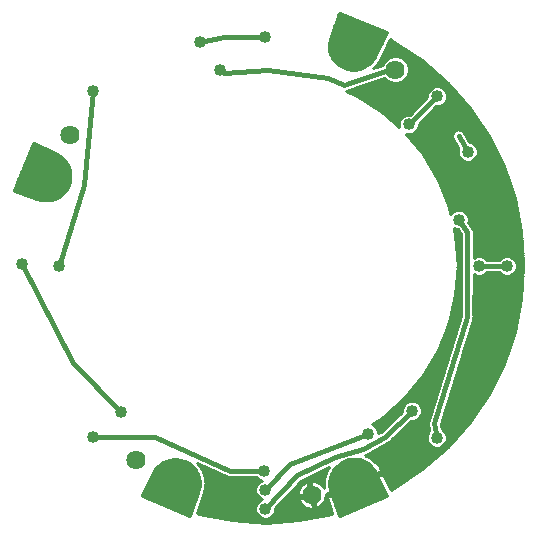
<source format=gbl>
G75*
%MOIN*%
%OFA0B0*%
%FSLAX24Y24*%
%IPPOS*%
%LPD*%
%AMOC8*
5,1,8,0,0,1.08239X$1,22.5*
%
%ADD10C,0.0640*%
%ADD11C,0.1266*%
%ADD12C,0.0120*%
%ADD13C,0.0400*%
%ADD14C,0.0160*%
%ADD15C,0.0100*%
D10*
X004570Y002440D03*
X010440Y001290D03*
X002380Y013280D03*
X013230Y015460D03*
D11*
X011850Y016250D03*
X001600Y011900D03*
X005900Y001650D03*
X011850Y001650D03*
D12*
X011293Y002215D02*
X012422Y002215D01*
X012462Y002173D02*
X012373Y002264D01*
X012272Y002339D01*
X012159Y002397D01*
X012039Y002435D01*
X011914Y002454D01*
X011788Y002453D01*
X011663Y002431D01*
X011544Y002389D01*
X011434Y002330D01*
X011334Y002256D01*
X011246Y002166D01*
X011174Y002065D01*
X011117Y001954D01*
X011078Y001835D01*
X011058Y001712D01*
X011057Y001587D01*
X011074Y001463D01*
X011111Y001344D01*
X011371Y000586D01*
X012941Y001236D01*
X012589Y001956D01*
X012534Y002070D01*
X012462Y002173D01*
X012516Y002096D02*
X011196Y002096D01*
X011129Y001978D02*
X012579Y001978D01*
X012637Y001859D02*
X011086Y001859D01*
X011063Y001741D02*
X012695Y001741D01*
X012753Y001622D02*
X011057Y001622D01*
X011069Y001504D02*
X012811Y001504D01*
X012869Y001385D02*
X011098Y001385D01*
X011137Y001267D02*
X012927Y001267D01*
X012729Y001148D02*
X011178Y001148D01*
X011219Y001030D02*
X012442Y001030D01*
X012156Y000911D02*
X011259Y000911D01*
X011300Y000793D02*
X011870Y000793D01*
X011584Y000674D02*
X011341Y000674D01*
X011439Y002333D02*
X012280Y002333D01*
X011932Y002452D02*
X011781Y002452D01*
X006704Y001714D02*
X006703Y001588D01*
X006681Y001463D01*
X006639Y001344D01*
X006379Y000586D01*
X004809Y001236D01*
X005161Y001956D01*
X005220Y002066D01*
X005294Y002166D01*
X005384Y002254D01*
X005485Y002326D01*
X005596Y002383D01*
X005715Y002422D01*
X005838Y002442D01*
X005963Y002443D01*
X006087Y002426D01*
X006206Y002389D01*
X006320Y002334D01*
X006423Y002262D01*
X006514Y002173D01*
X006589Y002072D01*
X006647Y001959D01*
X006685Y001839D01*
X006704Y001714D01*
X006700Y001741D02*
X005055Y001741D01*
X005113Y001859D02*
X006679Y001859D01*
X006637Y001978D02*
X005172Y001978D01*
X005242Y002096D02*
X006571Y002096D01*
X006472Y002215D02*
X005344Y002215D01*
X005498Y002333D02*
X006322Y002333D01*
X006703Y001622D02*
X004997Y001622D01*
X004939Y001504D02*
X006688Y001504D01*
X006653Y001385D02*
X004881Y001385D01*
X004823Y001267D02*
X006613Y001267D01*
X006572Y001148D02*
X005021Y001148D01*
X005308Y001030D02*
X006531Y001030D01*
X006491Y000911D02*
X005594Y000911D01*
X005880Y000793D02*
X006450Y000793D01*
X006409Y000674D02*
X006166Y000674D01*
X001909Y011153D02*
X002022Y011211D01*
X002123Y011286D01*
X002212Y011377D01*
X002284Y011480D01*
X002339Y011594D01*
X002376Y011713D01*
X002393Y011837D01*
X002392Y011962D01*
X002372Y012085D01*
X002333Y012204D01*
X002276Y012315D01*
X002204Y012416D01*
X002116Y012506D01*
X002016Y012580D01*
X001906Y012639D01*
X001186Y012991D01*
X000536Y011421D01*
X001294Y011161D01*
X001413Y011119D01*
X001538Y011097D01*
X001664Y011096D01*
X001789Y011115D01*
X001909Y011153D01*
X002035Y011221D02*
X001120Y011221D01*
X000774Y011339D02*
X002175Y011339D01*
X002268Y011458D02*
X000551Y011458D01*
X000600Y011576D02*
X002331Y011576D01*
X002370Y011695D02*
X000649Y011695D01*
X000698Y011813D02*
X002390Y011813D01*
X002392Y011932D02*
X000747Y011932D01*
X000796Y012050D02*
X002378Y012050D01*
X002344Y012169D02*
X000845Y012169D01*
X000894Y012287D02*
X002291Y012287D01*
X002212Y012406D02*
X000943Y012406D01*
X000993Y012524D02*
X002092Y012524D01*
X001899Y012643D02*
X001042Y012643D01*
X001091Y012761D02*
X001657Y012761D01*
X001415Y012880D02*
X001140Y012880D01*
X001511Y011102D02*
X001705Y011102D01*
X011103Y015941D02*
X011161Y015828D01*
X011236Y015727D01*
X011327Y015638D01*
X011430Y015566D01*
X011544Y015511D01*
X011663Y015474D01*
X011787Y015457D01*
X011912Y015458D01*
X012035Y015478D01*
X012154Y015517D01*
X012265Y015574D01*
X012366Y015646D01*
X012456Y015734D01*
X012530Y015834D01*
X012589Y015944D01*
X012941Y016664D01*
X011371Y017314D01*
X011111Y016556D01*
X011069Y016437D01*
X011047Y016312D01*
X011046Y016186D01*
X011065Y016061D01*
X011103Y015941D01*
X011097Y015961D02*
X012597Y015961D01*
X012655Y016079D02*
X011062Y016079D01*
X011046Y016198D02*
X012713Y016198D01*
X012771Y016316D02*
X011048Y016316D01*
X011069Y016435D02*
X012829Y016435D01*
X012887Y016553D02*
X011110Y016553D01*
X011150Y016672D02*
X012923Y016672D01*
X012637Y016790D02*
X011191Y016790D01*
X011232Y016909D02*
X012351Y016909D01*
X012065Y017027D02*
X011272Y017027D01*
X011313Y017146D02*
X011778Y017146D01*
X011492Y017264D02*
X011354Y017264D01*
X011154Y015842D02*
X012535Y015842D01*
X012445Y015724D02*
X011239Y015724D01*
X011374Y015605D02*
X012309Y015605D01*
X012060Y015487D02*
X011624Y015487D01*
D13*
X003140Y003210D03*
X004090Y004030D03*
X008850Y002080D03*
X008890Y001450D03*
X008890Y000820D03*
X012330Y003320D03*
X013780Y004090D03*
X014610Y003190D03*
X016020Y008910D03*
X016940Y008914D03*
X015340Y010460D03*
X015642Y012721D03*
X014620Y014570D03*
X013670Y013630D03*
X008880Y016550D03*
X007390Y015460D03*
X006700Y016370D03*
X003140Y014760D03*
X000770Y008990D03*
X002030Y008910D03*
D14*
X002840Y011620D01*
X003140Y014760D01*
X006700Y016370D02*
X007530Y016550D01*
X008880Y016550D01*
X008990Y015450D02*
X007510Y015350D01*
X007390Y015460D01*
X008990Y015450D02*
X010990Y015170D01*
X011500Y014930D01*
X012970Y015450D01*
X013230Y015460D01*
X014620Y014570D02*
X013670Y013630D01*
X015337Y013248D02*
X015642Y012721D01*
X015340Y010460D02*
X015630Y010030D01*
X015620Y007220D01*
X014530Y003670D01*
X014610Y003190D01*
X013780Y004090D02*
X012890Y003220D01*
X012150Y002800D01*
X011220Y002540D01*
X009950Y001930D01*
X008890Y000820D01*
X008890Y001450D02*
X009700Y002310D01*
X012330Y003320D01*
X008850Y002080D02*
X007720Y002080D01*
X005210Y003200D01*
X003140Y003210D01*
X004090Y004030D02*
X002480Y005680D01*
X000770Y008990D01*
X016020Y008910D02*
X016940Y008914D01*
D15*
X017164Y008671D02*
X017477Y008671D01*
X017470Y008573D02*
X015835Y008573D01*
X015835Y008629D02*
X015954Y008580D01*
X016086Y008580D01*
X016207Y008630D01*
X016278Y008701D01*
X016684Y008703D01*
X016753Y008634D01*
X016874Y008584D01*
X017006Y008584D01*
X017127Y008634D01*
X017220Y008727D01*
X017270Y008848D01*
X017270Y008979D01*
X017220Y009101D01*
X017127Y009194D01*
X017006Y009244D01*
X016874Y009244D01*
X016753Y009194D01*
X016682Y009123D01*
X016276Y009121D01*
X016207Y009190D01*
X016086Y009240D01*
X015954Y009240D01*
X015837Y009191D01*
X015840Y010009D01*
X015853Y010075D01*
X015840Y010094D01*
X015840Y010116D01*
X015793Y010164D01*
X015658Y010365D01*
X015670Y010394D01*
X015670Y010526D01*
X015620Y010647D01*
X015527Y010740D01*
X015406Y010790D01*
X015274Y010790D01*
X015153Y010740D01*
X015061Y010648D01*
X015007Y010883D01*
X014640Y011792D01*
X014139Y012635D01*
X013583Y013309D01*
X013604Y013300D01*
X013736Y013300D01*
X013857Y013350D01*
X013950Y013443D01*
X014000Y013564D01*
X014000Y013661D01*
X014585Y014240D01*
X014686Y014240D01*
X014807Y014290D01*
X014900Y014383D01*
X014950Y014504D01*
X014950Y014636D01*
X014900Y014757D01*
X014807Y014850D01*
X014686Y014900D01*
X014554Y014900D01*
X014433Y014850D01*
X014340Y014757D01*
X014290Y014636D01*
X014290Y014539D01*
X013705Y013960D01*
X013604Y013960D01*
X013483Y013910D01*
X013390Y013817D01*
X013340Y013696D01*
X013340Y013564D01*
X013351Y013537D01*
X012783Y014044D01*
X012783Y014044D01*
X011960Y014577D01*
X011960Y014577D01*
X011594Y014741D01*
X012864Y015190D01*
X012975Y015079D01*
X013140Y015010D01*
X013320Y015010D01*
X013485Y015079D01*
X013611Y015205D01*
X013680Y015370D01*
X013680Y015550D01*
X013611Y015715D01*
X013485Y015841D01*
X013320Y015910D01*
X013140Y015910D01*
X012975Y015841D01*
X012849Y015715D01*
X012807Y015615D01*
X012495Y015505D01*
X012541Y015538D01*
X012544Y015554D01*
X012544Y015554D01*
X012561Y015557D01*
X012599Y015608D01*
X012645Y015653D01*
X012645Y015670D01*
X012661Y015675D01*
X012691Y015731D01*
X012730Y015783D01*
X012728Y015795D01*
X012758Y015857D01*
X012794Y015924D01*
X012793Y015928D01*
X013055Y016464D01*
X013198Y016393D01*
X014132Y015769D01*
X014978Y015028D01*
X015719Y014182D01*
X016343Y013248D01*
X016841Y012239D01*
X017202Y011175D01*
X017421Y010072D01*
X017495Y008950D01*
X017421Y007828D01*
X017202Y006725D01*
X016841Y005661D01*
X016343Y004652D01*
X015719Y003718D01*
X014978Y002872D01*
X014132Y002131D01*
X013198Y001507D01*
X013073Y001445D01*
X012806Y001992D01*
X011915Y001623D01*
X011877Y001715D01*
X012765Y002083D01*
X012763Y002089D01*
X012704Y002198D01*
X012633Y002299D01*
X012549Y002390D01*
X012549Y002390D01*
X012455Y002470D01*
X012351Y002538D01*
X012240Y002592D01*
X012221Y002599D01*
X012231Y002605D01*
X012290Y002621D01*
X012304Y002646D01*
X012944Y003009D01*
X012975Y003009D01*
X013017Y003051D01*
X013069Y003080D01*
X013077Y003109D01*
X013743Y003760D01*
X013846Y003760D01*
X013967Y003810D01*
X014060Y003903D01*
X014110Y004024D01*
X014110Y004156D01*
X014060Y004277D01*
X013967Y004370D01*
X013846Y004420D01*
X013714Y004420D01*
X013593Y004370D01*
X013500Y004277D01*
X013450Y004156D01*
X013450Y004061D01*
X012763Y003389D01*
X012660Y003331D01*
X012660Y003386D01*
X012610Y003507D01*
X012517Y003600D01*
X012438Y003633D01*
X012783Y003856D01*
X013515Y004509D01*
X014139Y005265D01*
X014640Y006108D01*
X015007Y007017D01*
X015007Y007017D01*
X015230Y007972D01*
X015230Y007972D01*
X015305Y008950D01*
X015230Y009928D01*
X015173Y010172D01*
X015274Y010130D01*
X015309Y010130D01*
X015420Y009966D01*
X015410Y007252D01*
X014339Y003764D01*
X014309Y003721D01*
X014315Y003684D01*
X014304Y003648D01*
X013628Y003648D01*
X013729Y003746D02*
X014326Y003746D01*
X014304Y003648D02*
X014328Y003602D01*
X014361Y003408D01*
X014330Y003377D01*
X014280Y003256D01*
X014280Y003124D01*
X014330Y003003D01*
X014423Y002910D01*
X014544Y002860D01*
X014676Y002860D01*
X014797Y002910D01*
X014890Y003003D01*
X014940Y003124D01*
X014940Y003256D01*
X014890Y003377D01*
X014797Y003470D01*
X014775Y003479D01*
X014745Y003656D01*
X015805Y007108D01*
X015830Y007132D01*
X015830Y007188D01*
X015846Y007242D01*
X015830Y007272D01*
X015835Y008629D01*
X015834Y008474D02*
X017464Y008474D01*
X017457Y008376D02*
X015834Y008376D01*
X015834Y008277D02*
X017451Y008277D01*
X017444Y008179D02*
X015833Y008179D01*
X015833Y008080D02*
X017438Y008080D01*
X017432Y007982D02*
X015833Y007982D01*
X015832Y007883D02*
X017425Y007883D01*
X017421Y007828D02*
X017421Y007828D01*
X017413Y007785D02*
X015832Y007785D01*
X015832Y007686D02*
X017393Y007686D01*
X017374Y007588D02*
X015831Y007588D01*
X015831Y007489D02*
X017354Y007489D01*
X017334Y007391D02*
X015831Y007391D01*
X015830Y007292D02*
X017315Y007292D01*
X017295Y007194D02*
X015832Y007194D01*
X015801Y007095D02*
X017276Y007095D01*
X017256Y006997D02*
X015771Y006997D01*
X015741Y006898D02*
X017236Y006898D01*
X017217Y006800D02*
X015711Y006800D01*
X015680Y006701D02*
X017194Y006701D01*
X017160Y006603D02*
X015650Y006603D01*
X015620Y006504D02*
X017127Y006504D01*
X017094Y006406D02*
X015590Y006406D01*
X015559Y006307D02*
X017060Y006307D01*
X017027Y006209D02*
X015529Y006209D01*
X015499Y006110D02*
X016993Y006110D01*
X016960Y006012D02*
X015469Y006012D01*
X015438Y005913D02*
X016926Y005913D01*
X016893Y005815D02*
X015408Y005815D01*
X015378Y005716D02*
X016859Y005716D01*
X016819Y005618D02*
X015348Y005618D01*
X015317Y005519D02*
X016771Y005519D01*
X016722Y005421D02*
X015287Y005421D01*
X015257Y005322D02*
X016674Y005322D01*
X016625Y005224D02*
X015227Y005224D01*
X015196Y005125D02*
X016577Y005125D01*
X016528Y005027D02*
X015166Y005027D01*
X015136Y004928D02*
X016479Y004928D01*
X016431Y004830D02*
X015106Y004830D01*
X015075Y004731D02*
X016382Y004731D01*
X016330Y004633D02*
X015045Y004633D01*
X015015Y004534D02*
X016264Y004534D01*
X016199Y004436D02*
X014985Y004436D01*
X014954Y004337D02*
X016133Y004337D01*
X016067Y004239D02*
X014924Y004239D01*
X014894Y004140D02*
X016001Y004140D01*
X015935Y004042D02*
X014864Y004042D01*
X014834Y003943D02*
X015869Y003943D01*
X015804Y003845D02*
X014803Y003845D01*
X014773Y003746D02*
X015738Y003746D01*
X015657Y003648D02*
X014747Y003648D01*
X014763Y003549D02*
X015571Y003549D01*
X015485Y003451D02*
X014816Y003451D01*
X014900Y003352D02*
X015398Y003352D01*
X015312Y003254D02*
X014940Y003254D01*
X014940Y003155D02*
X015225Y003155D01*
X015139Y003057D02*
X014912Y003057D01*
X014845Y002958D02*
X015053Y002958D01*
X014963Y002860D02*
X012680Y002860D01*
X012507Y002761D02*
X014851Y002761D01*
X014738Y002663D02*
X012333Y002663D01*
X012298Y002564D02*
X014626Y002564D01*
X014514Y002466D02*
X012461Y002466D01*
X012570Y002367D02*
X014401Y002367D01*
X014289Y002269D02*
X012654Y002269D01*
X012719Y002170D02*
X014177Y002170D01*
X014043Y002072D02*
X012737Y002072D01*
X012760Y001973D02*
X012499Y001973D01*
X012523Y001875D02*
X012261Y001875D01*
X012285Y001776D02*
X012024Y001776D01*
X012047Y001678D02*
X011893Y001678D01*
X011877Y001715D02*
X011584Y002424D01*
X011487Y002397D01*
X011785Y001677D01*
X011877Y001715D01*
X011852Y001776D02*
X011744Y001776D01*
X011784Y001678D02*
X011786Y001678D01*
X011785Y001677D02*
X011823Y001585D01*
X010933Y001216D01*
X011044Y000897D01*
X011128Y000649D01*
X011125Y000648D01*
X010022Y000429D01*
X008900Y000355D01*
X007778Y000429D01*
X006675Y000648D01*
X006609Y000670D01*
X006819Y001282D01*
X006840Y001343D01*
X006854Y001353D01*
X006865Y001415D01*
X006886Y001475D01*
X006879Y001491D01*
X006879Y001494D01*
X006892Y001507D01*
X006892Y001570D01*
X006903Y001632D01*
X006893Y001647D01*
X006893Y001650D01*
X006904Y001665D01*
X006894Y001727D01*
X006895Y001790D01*
X006883Y001803D01*
X006882Y001807D01*
X006890Y001822D01*
X006871Y001883D01*
X006861Y001945D01*
X006847Y001956D01*
X006846Y001959D01*
X006852Y001976D01*
X006823Y002032D01*
X006803Y002092D01*
X006788Y002100D01*
X006786Y002104D01*
X006789Y002121D01*
X006751Y002172D01*
X006722Y002228D01*
X006706Y002234D01*
X006703Y002237D01*
X006703Y002254D01*
X006658Y002299D01*
X006630Y002337D01*
X007599Y001904D01*
X007633Y001870D01*
X007675Y001870D01*
X007714Y001853D01*
X007759Y001870D01*
X008593Y001870D01*
X008663Y001800D01*
X008768Y001757D01*
X008703Y001730D01*
X008610Y001637D01*
X008560Y001516D01*
X008560Y001384D01*
X008610Y001263D01*
X008703Y001170D01*
X008788Y001135D01*
X008703Y001100D01*
X008610Y001007D01*
X008560Y000886D01*
X008560Y000754D01*
X008610Y000633D01*
X008703Y000540D01*
X008824Y000490D01*
X008956Y000490D01*
X009077Y000540D01*
X009170Y000633D01*
X009220Y000754D01*
X009220Y000861D01*
X010075Y001757D01*
X011016Y002209D01*
X010974Y002144D01*
X010974Y002144D01*
X010960Y002114D01*
X010921Y002035D01*
X010921Y002035D01*
X010882Y001920D01*
X010856Y001802D01*
X010844Y001682D01*
X010844Y001682D01*
X010846Y001561D01*
X010846Y001561D01*
X010852Y001516D01*
X010842Y001536D01*
X010798Y001596D01*
X010746Y001648D01*
X010686Y001692D01*
X010620Y001726D01*
X010550Y001748D01*
X010477Y001760D01*
X010403Y001760D01*
X010397Y001759D01*
X010479Y001349D01*
X010381Y001329D01*
X010401Y001231D01*
X010499Y001251D01*
X010581Y000841D01*
X010620Y000854D01*
X010686Y000888D01*
X010746Y000932D01*
X010798Y000984D01*
X010842Y001044D01*
X010876Y001110D01*
X010898Y001180D01*
X010910Y001253D01*
X010910Y001315D01*
X011785Y001677D01*
X011809Y001579D02*
X011548Y001579D01*
X011571Y001481D02*
X011310Y001481D01*
X011334Y001382D02*
X011072Y001382D01*
X011096Y001284D02*
X010910Y001284D01*
X010899Y001185D02*
X010944Y001185D01*
X010978Y001087D02*
X010864Y001087D01*
X010802Y000988D02*
X011012Y000988D01*
X011044Y000897D02*
X011044Y000897D01*
X011046Y000890D02*
X010688Y000890D01*
X010571Y000890D02*
X010469Y000890D01*
X010483Y000821D02*
X010401Y001231D01*
X009991Y001149D01*
X010004Y001110D01*
X010038Y001044D01*
X010082Y000984D01*
X010134Y000932D01*
X010194Y000888D01*
X010260Y000854D01*
X010330Y000832D01*
X010403Y000820D01*
X010477Y000820D01*
X010483Y000821D01*
X010449Y000988D02*
X010551Y000988D01*
X010532Y001087D02*
X010430Y001087D01*
X010410Y001185D02*
X010512Y001185D01*
X010390Y001284D02*
X010152Y001284D01*
X010170Y001185D02*
X009529Y001185D01*
X009623Y001284D02*
X009970Y001284D01*
X009970Y001253D02*
X009971Y001247D01*
X010381Y001329D01*
X010299Y001739D01*
X010260Y001726D01*
X010194Y001692D01*
X010134Y001648D01*
X010082Y001596D01*
X010038Y001536D01*
X010004Y001470D01*
X009982Y001400D01*
X009970Y001327D01*
X009970Y001253D01*
X009979Y001382D02*
X009717Y001382D01*
X009811Y001481D02*
X010010Y001481D01*
X010069Y001579D02*
X009905Y001579D01*
X009999Y001678D02*
X010174Y001678D01*
X010114Y001776D02*
X010853Y001776D01*
X010856Y001802D02*
X010856Y001802D01*
X010872Y001875D02*
X010319Y001875D01*
X010312Y001678D02*
X010414Y001678D01*
X010433Y001579D02*
X010331Y001579D01*
X010351Y001481D02*
X010453Y001481D01*
X010473Y001382D02*
X010371Y001382D01*
X010706Y001678D02*
X010844Y001678D01*
X010846Y001579D02*
X010811Y001579D01*
X010882Y001920D02*
X010882Y001920D01*
X010900Y001973D02*
X010525Y001973D01*
X010730Y002072D02*
X010939Y002072D01*
X010935Y002170D02*
X010991Y002170D01*
X011499Y002367D02*
X011607Y002367D01*
X011648Y002269D02*
X011540Y002269D01*
X011580Y002170D02*
X011689Y002170D01*
X011730Y002072D02*
X011621Y002072D01*
X011662Y001973D02*
X011770Y001973D01*
X011811Y001875D02*
X011703Y001875D01*
X012815Y001973D02*
X013896Y001973D01*
X013748Y001875D02*
X012863Y001875D01*
X012911Y001776D02*
X013601Y001776D01*
X013453Y001678D02*
X012959Y001678D01*
X013007Y001579D02*
X013306Y001579D01*
X013145Y001481D02*
X013056Y001481D01*
X012854Y002958D02*
X014375Y002958D01*
X014308Y003057D02*
X013027Y003057D01*
X013124Y003155D02*
X014280Y003155D01*
X014280Y003254D02*
X013225Y003254D01*
X013325Y003352D02*
X014320Y003352D01*
X014354Y003451D02*
X013426Y003451D01*
X013527Y003549D02*
X014337Y003549D01*
X014364Y003845D02*
X014001Y003845D01*
X014076Y003943D02*
X014394Y003943D01*
X014424Y004042D02*
X014110Y004042D01*
X014110Y004140D02*
X014455Y004140D01*
X014485Y004239D02*
X014076Y004239D01*
X014000Y004337D02*
X014515Y004337D01*
X014545Y004436D02*
X013433Y004436D01*
X013515Y004509D02*
X013515Y004509D01*
X013536Y004534D02*
X014576Y004534D01*
X014606Y004633D02*
X013617Y004633D01*
X013698Y004731D02*
X014636Y004731D01*
X014666Y004830D02*
X013780Y004830D01*
X013861Y004928D02*
X014697Y004928D01*
X014727Y005027D02*
X013942Y005027D01*
X014023Y005125D02*
X014757Y005125D01*
X014787Y005224D02*
X014105Y005224D01*
X014139Y005265D02*
X014139Y005265D01*
X014173Y005322D02*
X014818Y005322D01*
X014848Y005421D02*
X014231Y005421D01*
X014290Y005519D02*
X014878Y005519D01*
X014908Y005618D02*
X014348Y005618D01*
X014407Y005716D02*
X014939Y005716D01*
X014969Y005815D02*
X014465Y005815D01*
X014524Y005913D02*
X014999Y005913D01*
X015029Y006012D02*
X014583Y006012D01*
X014640Y006108D02*
X014640Y006108D01*
X014641Y006110D02*
X015060Y006110D01*
X015090Y006209D02*
X014680Y006209D01*
X014720Y006307D02*
X015120Y006307D01*
X015150Y006406D02*
X014760Y006406D01*
X014800Y006504D02*
X015180Y006504D01*
X015211Y006603D02*
X014839Y006603D01*
X014879Y006701D02*
X015241Y006701D01*
X015271Y006800D02*
X014919Y006800D01*
X014958Y006898D02*
X015301Y006898D01*
X015332Y006997D02*
X014998Y006997D01*
X015025Y007095D02*
X015362Y007095D01*
X015392Y007194D02*
X015048Y007194D01*
X015071Y007292D02*
X015410Y007292D01*
X015411Y007391D02*
X015094Y007391D01*
X015117Y007489D02*
X015411Y007489D01*
X015411Y007588D02*
X015140Y007588D01*
X015163Y007686D02*
X015412Y007686D01*
X015412Y007785D02*
X015186Y007785D01*
X015209Y007883D02*
X015412Y007883D01*
X015413Y007982D02*
X015231Y007982D01*
X015238Y008080D02*
X015413Y008080D01*
X015413Y008179D02*
X015246Y008179D01*
X015253Y008277D02*
X015414Y008277D01*
X015414Y008376D02*
X015261Y008376D01*
X015268Y008474D02*
X015414Y008474D01*
X015415Y008573D02*
X015276Y008573D01*
X015284Y008671D02*
X015415Y008671D01*
X015416Y008770D02*
X015291Y008770D01*
X015299Y008868D02*
X015416Y008868D01*
X015416Y008967D02*
X015304Y008967D01*
X015296Y009065D02*
X015417Y009065D01*
X015417Y009164D02*
X015289Y009164D01*
X015281Y009262D02*
X015417Y009262D01*
X015418Y009361D02*
X015273Y009361D01*
X015266Y009459D02*
X015418Y009459D01*
X015418Y009558D02*
X015258Y009558D01*
X015251Y009656D02*
X015419Y009656D01*
X015419Y009755D02*
X015243Y009755D01*
X015236Y009853D02*
X015419Y009853D01*
X015420Y009952D02*
X015224Y009952D01*
X015230Y009928D02*
X015230Y009928D01*
X015201Y010050D02*
X015363Y010050D01*
X015230Y010149D02*
X015178Y010149D01*
X015670Y010346D02*
X017367Y010346D01*
X017347Y010444D02*
X015670Y010444D01*
X015663Y010543D02*
X017328Y010543D01*
X017308Y010641D02*
X015622Y010641D01*
X015527Y010740D02*
X017289Y010740D01*
X017269Y010838D02*
X015017Y010838D01*
X015007Y010883D02*
X015007Y010883D01*
X014985Y010937D02*
X017249Y010937D01*
X017230Y011035D02*
X014945Y011035D01*
X014905Y011134D02*
X017210Y011134D01*
X017183Y011232D02*
X014866Y011232D01*
X014826Y011331D02*
X017149Y011331D01*
X017116Y011429D02*
X014786Y011429D01*
X014747Y011528D02*
X017082Y011528D01*
X017049Y011626D02*
X014707Y011626D01*
X014667Y011725D02*
X017015Y011725D01*
X016982Y011823D02*
X014622Y011823D01*
X014640Y011792D02*
X014640Y011792D01*
X014563Y011922D02*
X016949Y011922D01*
X016915Y012020D02*
X014504Y012020D01*
X014446Y012119D02*
X016882Y012119D01*
X016848Y012217D02*
X014387Y012217D01*
X014329Y012316D02*
X016803Y012316D01*
X016755Y012414D02*
X015764Y012414D01*
X015707Y012391D02*
X015829Y012441D01*
X015921Y012534D01*
X015972Y012655D01*
X015972Y012786D01*
X015921Y012908D01*
X015829Y013000D01*
X015707Y013051D01*
X015694Y013051D01*
X015476Y013428D01*
X015308Y013473D01*
X015157Y013386D01*
X015112Y013218D01*
X015332Y012836D01*
X015312Y012786D01*
X015312Y012655D01*
X015362Y012534D01*
X015455Y012441D01*
X015576Y012391D01*
X015707Y012391D01*
X015520Y012414D02*
X014270Y012414D01*
X014212Y012513D02*
X015383Y012513D01*
X015330Y012611D02*
X014153Y012611D01*
X014139Y012635D02*
X014139Y012635D01*
X014077Y012710D02*
X015312Y012710D01*
X015321Y012808D02*
X013996Y012808D01*
X013915Y012907D02*
X015292Y012907D01*
X015235Y013005D02*
X013834Y013005D01*
X013752Y013104D02*
X015178Y013104D01*
X015121Y013202D02*
X013671Y013202D01*
X013737Y013301D02*
X015134Y013301D01*
X015180Y013399D02*
X013906Y013399D01*
X013972Y013498D02*
X016176Y013498D01*
X016111Y013596D02*
X014000Y013596D01*
X014034Y013695D02*
X016045Y013695D01*
X015979Y013793D02*
X014133Y013793D01*
X014233Y013892D02*
X015913Y013892D01*
X015847Y013990D02*
X014332Y013990D01*
X014432Y014089D02*
X015782Y014089D01*
X015715Y014187D02*
X014532Y014187D01*
X014796Y014286D02*
X015628Y014286D01*
X015542Y014384D02*
X014900Y014384D01*
X014941Y014483D02*
X015456Y014483D01*
X015369Y014581D02*
X014950Y014581D01*
X014932Y014680D02*
X015283Y014680D01*
X015196Y014778D02*
X014879Y014778D01*
X014742Y014877D02*
X015110Y014877D01*
X015024Y014975D02*
X012257Y014975D01*
X011979Y014877D02*
X014498Y014877D01*
X014361Y014778D02*
X011700Y014778D01*
X011731Y014680D02*
X014308Y014680D01*
X014290Y014581D02*
X011951Y014581D01*
X012105Y014483D02*
X014233Y014483D01*
X014133Y014384D02*
X012258Y014384D01*
X012410Y014286D02*
X014034Y014286D01*
X013934Y014187D02*
X012562Y014187D01*
X012714Y014089D02*
X013835Y014089D01*
X013735Y013990D02*
X012843Y013990D01*
X012954Y013892D02*
X013465Y013892D01*
X013380Y013793D02*
X013064Y013793D01*
X013175Y013695D02*
X013340Y013695D01*
X013340Y013596D02*
X013285Y013596D01*
X013590Y013301D02*
X013603Y013301D01*
X013473Y015074D02*
X014925Y015074D01*
X014813Y015172D02*
X013578Y015172D01*
X013639Y015271D02*
X014701Y015271D01*
X014588Y015369D02*
X013679Y015369D01*
X013680Y015468D02*
X014476Y015468D01*
X014364Y015566D02*
X013673Y015566D01*
X013632Y015665D02*
X014251Y015665D01*
X014139Y015763D02*
X013563Y015763D01*
X013437Y015862D02*
X013994Y015862D01*
X013846Y015960D02*
X012809Y015960D01*
X012857Y016059D02*
X013699Y016059D01*
X013551Y016157D02*
X012905Y016157D01*
X012953Y016256D02*
X013404Y016256D01*
X013257Y016354D02*
X013001Y016354D01*
X013050Y016453D02*
X013078Y016453D01*
X013023Y015862D02*
X012761Y015862D01*
X012715Y015763D02*
X012897Y015763D01*
X012828Y015665D02*
X012645Y015665D01*
X012645Y015670D02*
X012645Y015670D01*
X012668Y015566D02*
X012567Y015566D01*
X012814Y015172D02*
X012882Y015172D01*
X012987Y015074D02*
X012535Y015074D01*
X015492Y013399D02*
X016242Y013399D01*
X016308Y013301D02*
X015549Y013301D01*
X015606Y013202D02*
X016366Y013202D01*
X016414Y013104D02*
X015663Y013104D01*
X015818Y013005D02*
X016463Y013005D01*
X016512Y012907D02*
X015922Y012907D01*
X015963Y012808D02*
X016560Y012808D01*
X016609Y012710D02*
X015972Y012710D01*
X015953Y012611D02*
X016657Y012611D01*
X016706Y012513D02*
X015900Y012513D01*
X015153Y010740D02*
X015040Y010740D01*
X015737Y010247D02*
X017387Y010247D01*
X017406Y010149D02*
X015808Y010149D01*
X015848Y010050D02*
X017423Y010050D01*
X017429Y009952D02*
X015840Y009952D01*
X015839Y009853D02*
X017436Y009853D01*
X017442Y009755D02*
X015839Y009755D01*
X015839Y009656D02*
X017449Y009656D01*
X017455Y009558D02*
X015838Y009558D01*
X015838Y009459D02*
X017462Y009459D01*
X017468Y009361D02*
X015838Y009361D01*
X015837Y009262D02*
X017475Y009262D01*
X017481Y009164D02*
X017157Y009164D01*
X017234Y009065D02*
X017487Y009065D01*
X017494Y008967D02*
X017270Y008967D01*
X017270Y008868D02*
X017490Y008868D01*
X017483Y008770D02*
X017237Y008770D01*
X016716Y008671D02*
X016248Y008671D01*
X016233Y009164D02*
X016723Y009164D01*
X013560Y004337D02*
X013322Y004337D01*
X013212Y004239D02*
X013484Y004239D01*
X013450Y004140D02*
X013101Y004140D01*
X012991Y004042D02*
X013430Y004042D01*
X013329Y003943D02*
X012880Y003943D01*
X012783Y003856D02*
X012783Y003856D01*
X012765Y003845D02*
X013228Y003845D01*
X013128Y003746D02*
X012613Y003746D01*
X012461Y003648D02*
X013027Y003648D01*
X012926Y003549D02*
X012568Y003549D01*
X012633Y003451D02*
X012825Y003451D01*
X012697Y003352D02*
X012660Y003352D01*
X011080Y000791D02*
X009220Y000791D01*
X009194Y000693D02*
X011113Y000693D01*
X010854Y000594D02*
X009131Y000594D01*
X008969Y000496D02*
X010359Y000496D01*
X010192Y000890D02*
X009247Y000890D01*
X009341Y000988D02*
X010078Y000988D01*
X010016Y001087D02*
X009435Y001087D01*
X009541Y000397D02*
X008259Y000397D01*
X008649Y000594D02*
X006946Y000594D01*
X006617Y000693D02*
X008586Y000693D01*
X008560Y000791D02*
X006650Y000791D01*
X006684Y000890D02*
X008562Y000890D01*
X008602Y000988D02*
X006718Y000988D01*
X006752Y001087D02*
X008690Y001087D01*
X008688Y001185D02*
X006785Y001185D01*
X006819Y001284D02*
X008602Y001284D01*
X008561Y001382D02*
X006859Y001382D01*
X006883Y001481D02*
X008560Y001481D01*
X008586Y001579D02*
X006894Y001579D01*
X006902Y001678D02*
X008651Y001678D01*
X008722Y001776D02*
X006895Y001776D01*
X006874Y001875D02*
X007629Y001875D01*
X007444Y001973D02*
X006851Y001973D01*
X006810Y002072D02*
X007224Y002072D01*
X007003Y002170D02*
X006753Y002170D01*
X006782Y002269D02*
X006689Y002269D01*
X007441Y000496D02*
X008811Y000496D01*
M02*

</source>
